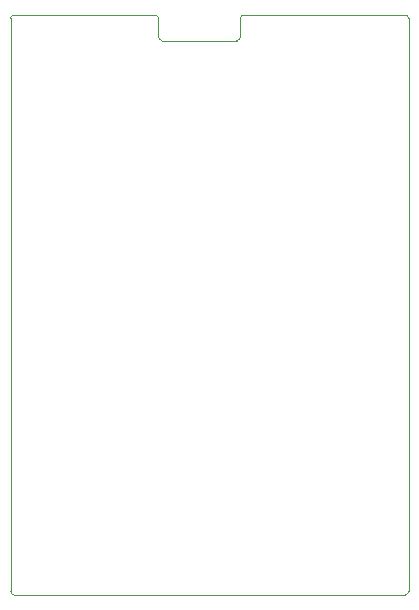
<source format=gbr>
G04 #@! TF.GenerationSoftware,KiCad,Pcbnew,(5.1.5-0-10_14)*
G04 #@! TF.CreationDate,2020-11-09T16:05:27+01:00*
G04 #@! TF.ProjectId,ATmega128_CC1101_Board,41546d65-6761-4313-9238-5f4343313130,rev?*
G04 #@! TF.SameCoordinates,Original*
G04 #@! TF.FileFunction,Profile,NP*
%FSLAX46Y46*%
G04 Gerber Fmt 4.6, Leading zero omitted, Abs format (unit mm)*
G04 Created by KiCad (PCBNEW (5.1.5-0-10_14)) date 2020-11-09 16:05:27*
%MOMM*%
%LPD*%
G04 APERTURE LIST*
%ADD10C,0.100000*%
G04 APERTURE END LIST*
D10*
X133700000Y-62800000D02*
X120050000Y-62800000D01*
X119450000Y-64970000D02*
X113120000Y-64970000D01*
X119750000Y-63100000D02*
X119750000Y-64670000D01*
X119750000Y-64670000D02*
G75*
G02X119450000Y-64970000I-300000J0D01*
G01*
X112820000Y-63100000D02*
X112820000Y-64670000D01*
X113120000Y-64970000D02*
G75*
G02X112820000Y-64670000I0J300000D01*
G01*
X112520000Y-62800000D02*
G75*
G02X112820000Y-63100000I0J-300000D01*
G01*
X119750000Y-63100000D02*
G75*
G02X120050000Y-62800000I300000J0D01*
G01*
X100600000Y-111900000D02*
G75*
G02X100300000Y-111600000I0J300000D01*
G01*
X134000000Y-111600000D02*
G75*
G02X133700000Y-111900000I-300000J0D01*
G01*
X133700000Y-62800000D02*
G75*
G02X134000000Y-63100000I0J-300000D01*
G01*
X100300000Y-63100000D02*
G75*
G02X100600000Y-62800000I300000J0D01*
G01*
X134000000Y-63100000D02*
X134000000Y-111600000D01*
X100600000Y-62800000D02*
X112520000Y-62800000D01*
X100300000Y-111600000D02*
X100300000Y-63100000D01*
X133700000Y-111900000D02*
X100600000Y-111900000D01*
M02*

</source>
